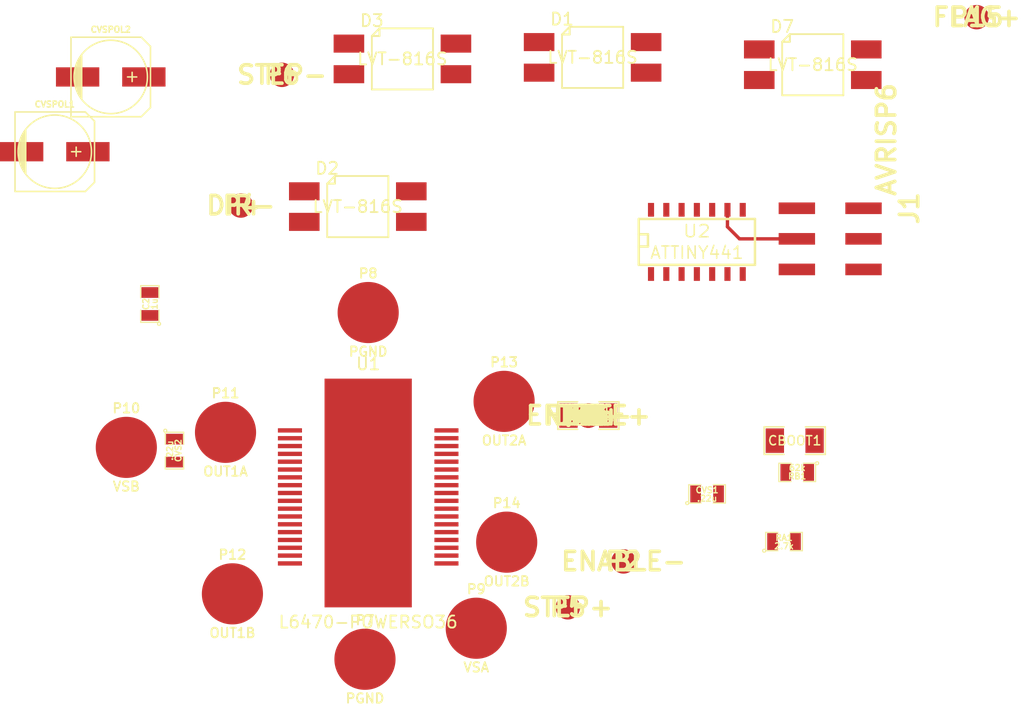
<source format=kicad_pcb>
(kicad_pcb (version 3) (host pcbnew "(2013-jul-07)-stable")

  (general
    (links 85)
    (no_connects 79)
    (area 0 0 0 0)
    (thickness 1.6)
    (drawings 0)
    (tracks 3)
    (zones 0)
    (modules 41)
    (nets 36)
  )

  (page A3)
  (layers
    (15 F.Cu signal)
    (0 B.Cu signal)
    (16 B.Adhes user)
    (17 F.Adhes user)
    (18 B.Paste user)
    (19 F.Paste user)
    (20 B.SilkS user)
    (21 F.SilkS user)
    (22 B.Mask user)
    (23 F.Mask user)
    (24 Dwgs.User user)
    (25 Cmts.User user)
    (26 Eco1.User user)
    (27 Eco2.User user)
    (28 Edge.Cuts user)
  )

  (setup
    (last_trace_width 0.2794)
    (trace_clearance 0.2794)
    (zone_clearance 0.508)
    (zone_45_only no)
    (trace_min 0.254)
    (segment_width 0.2)
    (edge_width 0.1)
    (via_size 0.889)
    (via_drill 0.635)
    (via_min_size 0.889)
    (via_min_drill 0.508)
    (uvia_size 0.508)
    (uvia_drill 0.127)
    (uvias_allowed no)
    (uvia_min_size 0.508)
    (uvia_min_drill 0.127)
    (pcb_text_width 0.3)
    (pcb_text_size 1.5 1.5)
    (mod_edge_width 0.15)
    (mod_text_size 1 1)
    (mod_text_width 0.15)
    (pad_size 7.25 19)
    (pad_drill 0)
    (pad_to_mask_clearance 0)
    (aux_axis_origin 0 0)
    (visible_elements FFFFFFBF)
    (pcbplotparams
      (layerselection 3178497)
      (usegerberextensions true)
      (excludeedgelayer true)
      (linewidth 0.150000)
      (plotframeref false)
      (viasonmask false)
      (mode 1)
      (useauxorigin false)
      (hpglpennumber 1)
      (hpglpenspeed 20)
      (hpglpendiameter 15)
      (hpglpenoverlay 2)
      (psnegative false)
      (psa4output false)
      (plotreference true)
      (plotvalue true)
      (plotothertext true)
      (plotinvisibletext false)
      (padsonsilk false)
      (subtractmaskfromsilk false)
      (outputformat 1)
      (mirror false)
      (drillshape 1)
      (scaleselection 1)
      (outputdirectory ""))
  )

  (net 0 "")
  (net 1 +5V)
  (net 2 ADC)
  (net 3 CK)
  (net 4 CS)
  (net 5 DIRIN)
  (net 6 FLAG)
  (net 7 N-0000010)
  (net 8 N-0000011)
  (net 9 N-0000012)
  (net 10 N-0000014)
  (net 11 N-0000015)
  (net 12 N-0000017)
  (net 13 N-0000020)
  (net 14 N-0000022)
  (net 15 N-0000023)
  (net 16 N-0000024)
  (net 17 N-0000029)
  (net 18 N-000003)
  (net 19 N-0000030)
  (net 20 N-0000031)
  (net 21 N-0000033)
  (net 22 N-0000035)
  (net 23 N-0000036)
  (net 24 N-0000037)
  (net 25 N-000008)
  (net 26 N-000009)
  (net 27 PGND)
  (net 28 RST)
  (net 29 SDI)
  (net 30 SDO)
  (net 31 STEP)
  (net 32 STEPIN)
  (net 33 SW)
  (net 34 VDD)
  (net 35 VSA)

  (net_class Default "This is the default net class."
    (clearance 0.2794)
    (trace_width 0.2794)
    (via_dia 0.889)
    (via_drill 0.635)
    (uvia_dia 0.508)
    (uvia_drill 0.127)
    (add_net "")
    (add_net +5V)
    (add_net ADC)
    (add_net CK)
    (add_net CS)
    (add_net DIRIN)
    (add_net FLAG)
    (add_net N-0000010)
    (add_net N-0000011)
    (add_net N-0000012)
    (add_net N-0000014)
    (add_net N-0000015)
    (add_net N-0000017)
    (add_net N-0000020)
    (add_net N-0000022)
    (add_net N-0000023)
    (add_net N-0000024)
    (add_net N-0000029)
    (add_net N-000003)
    (add_net N-0000030)
    (add_net N-0000031)
    (add_net N-0000033)
    (add_net N-0000035)
    (add_net N-0000036)
    (add_net N-0000037)
    (add_net N-000008)
    (add_net N-000009)
    (add_net PGND)
    (add_net RST)
    (add_net SDI)
    (add_net SDO)
    (add_net STEP)
    (add_net STEPIN)
    (add_net SW)
    (add_net VDD)
    (add_net VSA)
  )

  (module SM1206 (layer F.Cu) (tedit 42806E24) (tstamp 55F1BF6B)
    (at 114.3 49.9872)
    (path /55F1250E)
    (attr smd)
    (fp_text reference CFLY1 (at 0 0) (layer F.SilkS)
      (effects (font (size 0.762 0.762) (thickness 0.127)))
    )
    (fp_text value 10n (at 0 0) (layer F.SilkS) hide
      (effects (font (size 0.762 0.762) (thickness 0.127)))
    )
    (fp_line (start -2.54 -1.143) (end -2.54 1.143) (layer F.SilkS) (width 0.127))
    (fp_line (start -2.54 1.143) (end -0.889 1.143) (layer F.SilkS) (width 0.127))
    (fp_line (start 0.889 -1.143) (end 2.54 -1.143) (layer F.SilkS) (width 0.127))
    (fp_line (start 2.54 -1.143) (end 2.54 1.143) (layer F.SilkS) (width 0.127))
    (fp_line (start 2.54 1.143) (end 0.889 1.143) (layer F.SilkS) (width 0.127))
    (fp_line (start -0.889 -1.143) (end -2.54 -1.143) (layer F.SilkS) (width 0.127))
    (pad 1 smd rect (at -1.651 0) (size 1.524 2.032)
      (layers F.Cu F.Paste F.Mask)
      (net 25 N-000008)
    )
    (pad 2 smd rect (at 1.651 0) (size 1.524 2.032)
      (layers F.Cu F.Paste F.Mask)
      (net 26 N-000009)
    )
    (model smd/chip_cms.wrl
      (at (xyz 0 0 0))
      (scale (xyz 0.17 0.16 0.16))
      (rotate (xyz 0 0 0))
    )
  )

  (module SM1206 (layer F.Cu) (tedit 42806E24) (tstamp 55F1BF77)
    (at 131.445 52.07)
    (path /55F12568)
    (attr smd)
    (fp_text reference CBOOT1 (at 0 0) (layer F.SilkS)
      (effects (font (size 0.762 0.762) (thickness 0.127)))
    )
    (fp_text value .22u (at 0 0) (layer F.SilkS) hide
      (effects (font (size 0.762 0.762) (thickness 0.127)))
    )
    (fp_line (start -2.54 -1.143) (end -2.54 1.143) (layer F.SilkS) (width 0.127))
    (fp_line (start -2.54 1.143) (end -0.889 1.143) (layer F.SilkS) (width 0.127))
    (fp_line (start 0.889 -1.143) (end 2.54 -1.143) (layer F.SilkS) (width 0.127))
    (fp_line (start 2.54 -1.143) (end 2.54 1.143) (layer F.SilkS) (width 0.127))
    (fp_line (start 2.54 1.143) (end 0.889 1.143) (layer F.SilkS) (width 0.127))
    (fp_line (start -0.889 -1.143) (end -2.54 -1.143) (layer F.SilkS) (width 0.127))
    (pad 1 smd rect (at -1.651 0) (size 1.524 2.032)
      (layers F.Cu F.Paste F.Mask)
      (net 35 VSA)
    )
    (pad 2 smd rect (at 1.651 0) (size 1.524 2.032)
      (layers F.Cu F.Paste F.Mask)
      (net 18 N-000003)
    )
    (model smd/chip_cms.wrl
      (at (xyz 0 0 0))
      (scale (xyz 0.17 0.16 0.16))
      (rotate (xyz 0 0 0))
    )
  )

  (module SM0805 (layer F.Cu) (tedit 5091495C) (tstamp 55F1BF84)
    (at 114.3 49.9872)
    (path /55F1BBF7)
    (attr smd)
    (fp_text reference D6 (at 0 -0.3175) (layer F.SilkS)
      (effects (font (size 0.50038 0.50038) (thickness 0.10922)))
    )
    (fp_text value RED (at 0 0.381) (layer F.SilkS)
      (effects (font (size 0.50038 0.50038) (thickness 0.10922)))
    )
    (fp_circle (center -1.651 0.762) (end -1.651 0.635) (layer F.SilkS) (width 0.09906))
    (fp_line (start -0.508 0.762) (end -1.524 0.762) (layer F.SilkS) (width 0.09906))
    (fp_line (start -1.524 0.762) (end -1.524 -0.762) (layer F.SilkS) (width 0.09906))
    (fp_line (start -1.524 -0.762) (end -0.508 -0.762) (layer F.SilkS) (width 0.09906))
    (fp_line (start 0.508 -0.762) (end 1.524 -0.762) (layer F.SilkS) (width 0.09906))
    (fp_line (start 1.524 -0.762) (end 1.524 0.762) (layer F.SilkS) (width 0.09906))
    (fp_line (start 1.524 0.762) (end 0.508 0.762) (layer F.SilkS) (width 0.09906))
    (pad 1 smd rect (at -0.9525 0) (size 0.889 1.397)
      (layers F.Cu F.Paste F.Mask)
      (net 1 +5V)
    )
    (pad 2 smd rect (at 0.9525 0) (size 0.889 1.397)
      (layers F.Cu F.Paste F.Mask)
      (net 34 VDD)
    )
    (model smd/chip_cms.wrl
      (at (xyz 0 0 0))
      (scale (xyz 0.1 0.1 0.1))
      (rotate (xyz 0 0 0))
    )
  )

  (module SM0805 (layer F.Cu) (tedit 5091495C) (tstamp 55F1BF91)
    (at 114.3 49.9872)
    (path /55F1278F)
    (attr smd)
    (fp_text reference D5 (at 0 -0.3175) (layer F.SilkS)
      (effects (font (size 0.50038 0.50038) (thickness 0.10922)))
    )
    (fp_text value DIODESCH (at 0 0.381) (layer F.SilkS)
      (effects (font (size 0.50038 0.50038) (thickness 0.10922)))
    )
    (fp_circle (center -1.651 0.762) (end -1.651 0.635) (layer F.SilkS) (width 0.09906))
    (fp_line (start -0.508 0.762) (end -1.524 0.762) (layer F.SilkS) (width 0.09906))
    (fp_line (start -1.524 0.762) (end -1.524 -0.762) (layer F.SilkS) (width 0.09906))
    (fp_line (start -1.524 -0.762) (end -0.508 -0.762) (layer F.SilkS) (width 0.09906))
    (fp_line (start 0.508 -0.762) (end 1.524 -0.762) (layer F.SilkS) (width 0.09906))
    (fp_line (start 1.524 -0.762) (end 1.524 0.762) (layer F.SilkS) (width 0.09906))
    (fp_line (start 1.524 0.762) (end 0.508 0.762) (layer F.SilkS) (width 0.09906))
    (pad 1 smd rect (at -0.9525 0) (size 0.889 1.397)
      (layers F.Cu F.Paste F.Mask)
      (net 25 N-000008)
    )
    (pad 2 smd rect (at 0.9525 0) (size 0.889 1.397)
      (layers F.Cu F.Paste F.Mask)
      (net 18 N-000003)
    )
    (model smd/chip_cms.wrl
      (at (xyz 0 0 0))
      (scale (xyz 0.1 0.1 0.1))
      (rotate (xyz 0 0 0))
    )
  )

  (module SM0805 (layer F.Cu) (tedit 5091495C) (tstamp 55F1BF9E)
    (at 114.3 49.9872)
    (path /55F12287)
    (attr smd)
    (fp_text reference C1 (at 0 -0.3175) (layer F.SilkS)
      (effects (font (size 0.50038 0.50038) (thickness 0.10922)))
    )
    (fp_text value .1u (at 0 0.381) (layer F.SilkS)
      (effects (font (size 0.50038 0.50038) (thickness 0.10922)))
    )
    (fp_circle (center -1.651 0.762) (end -1.651 0.635) (layer F.SilkS) (width 0.09906))
    (fp_line (start -0.508 0.762) (end -1.524 0.762) (layer F.SilkS) (width 0.09906))
    (fp_line (start -1.524 0.762) (end -1.524 -0.762) (layer F.SilkS) (width 0.09906))
    (fp_line (start -1.524 -0.762) (end -0.508 -0.762) (layer F.SilkS) (width 0.09906))
    (fp_line (start 0.508 -0.762) (end 1.524 -0.762) (layer F.SilkS) (width 0.09906))
    (fp_line (start 1.524 -0.762) (end 1.524 0.762) (layer F.SilkS) (width 0.09906))
    (fp_line (start 1.524 0.762) (end 0.508 0.762) (layer F.SilkS) (width 0.09906))
    (pad 1 smd rect (at -0.9525 0) (size 0.889 1.397)
      (layers F.Cu F.Paste F.Mask)
      (net 34 VDD)
    )
    (pad 2 smd rect (at 0.9525 0) (size 0.889 1.397)
      (layers F.Cu F.Paste F.Mask)
      (net 27 PGND)
    )
    (model smd/chip_cms.wrl
      (at (xyz 0 0 0))
      (scale (xyz 0.1 0.1 0.1))
      (rotate (xyz 0 0 0))
    )
  )

  (module SM0805 (layer F.Cu) (tedit 5091495C) (tstamp 55F1BFAB)
    (at 77.8764 40.7162 90)
    (path /55F122A0)
    (attr smd)
    (fp_text reference C2 (at 0 -0.3175 90) (layer F.SilkS)
      (effects (font (size 0.50038 0.50038) (thickness 0.10922)))
    )
    (fp_text value 1u (at 0 0.381 90) (layer F.SilkS)
      (effects (font (size 0.50038 0.50038) (thickness 0.10922)))
    )
    (fp_circle (center -1.651 0.762) (end -1.651 0.635) (layer F.SilkS) (width 0.09906))
    (fp_line (start -0.508 0.762) (end -1.524 0.762) (layer F.SilkS) (width 0.09906))
    (fp_line (start -1.524 0.762) (end -1.524 -0.762) (layer F.SilkS) (width 0.09906))
    (fp_line (start -1.524 -0.762) (end -0.508 -0.762) (layer F.SilkS) (width 0.09906))
    (fp_line (start 0.508 -0.762) (end 1.524 -0.762) (layer F.SilkS) (width 0.09906))
    (fp_line (start 1.524 -0.762) (end 1.524 0.762) (layer F.SilkS) (width 0.09906))
    (fp_line (start 1.524 0.762) (end 0.508 0.762) (layer F.SilkS) (width 0.09906))
    (pad 1 smd rect (at -0.9525 0 90) (size 0.889 1.397)
      (layers F.Cu F.Paste F.Mask)
      (net 34 VDD)
    )
    (pad 2 smd rect (at 0.9525 0 90) (size 0.889 1.397)
      (layers F.Cu F.Paste F.Mask)
      (net 27 PGND)
    )
    (model smd/chip_cms.wrl
      (at (xyz 0 0 0))
      (scale (xyz 0.1 0.1 0.1))
      (rotate (xyz 0 0 0))
    )
  )

  (module SM0805 (layer F.Cu) (tedit 5091495C) (tstamp 55F1BFB8)
    (at 114.3 49.9872)
    (path /55F122A6)
    (attr smd)
    (fp_text reference C3 (at 0 -0.3175) (layer F.SilkS)
      (effects (font (size 0.50038 0.50038) (thickness 0.10922)))
    )
    (fp_text value 10u (at 0 0.381) (layer F.SilkS)
      (effects (font (size 0.50038 0.50038) (thickness 0.10922)))
    )
    (fp_circle (center -1.651 0.762) (end -1.651 0.635) (layer F.SilkS) (width 0.09906))
    (fp_line (start -0.508 0.762) (end -1.524 0.762) (layer F.SilkS) (width 0.09906))
    (fp_line (start -1.524 0.762) (end -1.524 -0.762) (layer F.SilkS) (width 0.09906))
    (fp_line (start -1.524 -0.762) (end -0.508 -0.762) (layer F.SilkS) (width 0.09906))
    (fp_line (start 0.508 -0.762) (end 1.524 -0.762) (layer F.SilkS) (width 0.09906))
    (fp_line (start 1.524 -0.762) (end 1.524 0.762) (layer F.SilkS) (width 0.09906))
    (fp_line (start 1.524 0.762) (end 0.508 0.762) (layer F.SilkS) (width 0.09906))
    (pad 1 smd rect (at -0.9525 0) (size 0.889 1.397)
      (layers F.Cu F.Paste F.Mask)
      (net 34 VDD)
    )
    (pad 2 smd rect (at 0.9525 0) (size 0.889 1.397)
      (layers F.Cu F.Paste F.Mask)
      (net 27 PGND)
    )
    (model smd/chip_cms.wrl
      (at (xyz 0 0 0))
      (scale (xyz 0.1 0.1 0.1))
      (rotate (xyz 0 0 0))
    )
  )

  (module SM0805 (layer F.Cu) (tedit 5091495C) (tstamp 55F1BFC5)
    (at 114.3 49.9872)
    (path /55F12693)
    (attr smd)
    (fp_text reference D4 (at 0 -0.3175) (layer F.SilkS)
      (effects (font (size 0.50038 0.50038) (thickness 0.10922)))
    )
    (fp_text value DIODESCH (at 0 0.381) (layer F.SilkS)
      (effects (font (size 0.50038 0.50038) (thickness 0.10922)))
    )
    (fp_circle (center -1.651 0.762) (end -1.651 0.635) (layer F.SilkS) (width 0.09906))
    (fp_line (start -0.508 0.762) (end -1.524 0.762) (layer F.SilkS) (width 0.09906))
    (fp_line (start -1.524 0.762) (end -1.524 -0.762) (layer F.SilkS) (width 0.09906))
    (fp_line (start -1.524 -0.762) (end -0.508 -0.762) (layer F.SilkS) (width 0.09906))
    (fp_line (start 0.508 -0.762) (end 1.524 -0.762) (layer F.SilkS) (width 0.09906))
    (fp_line (start 1.524 -0.762) (end 1.524 0.762) (layer F.SilkS) (width 0.09906))
    (fp_line (start 1.524 0.762) (end 0.508 0.762) (layer F.SilkS) (width 0.09906))
    (pad 1 smd rect (at -0.9525 0) (size 0.889 1.397)
      (layers F.Cu F.Paste F.Mask)
      (net 35 VSA)
    )
    (pad 2 smd rect (at 0.9525 0) (size 0.889 1.397)
      (layers F.Cu F.Paste F.Mask)
      (net 25 N-000008)
    )
    (model smd/chip_cms.wrl
      (at (xyz 0 0 0))
      (scale (xyz 0.1 0.1 0.1))
      (rotate (xyz 0 0 0))
    )
  )

  (module 4-SMD (layer F.Cu) (tedit 53A13168) (tstamp 55F1BFD6)
    (at 98.8568 20.3581)
    (path /55F1CD4D)
    (fp_text reference D3 (at -2.54 -3.175) (layer F.SilkS)
      (effects (font (size 1 1) (thickness 0.15)))
    )
    (fp_text value LVT-816S (at 0 0) (layer F.SilkS)
      (effects (font (size 1 1) (thickness 0.15)))
    )
    (fp_line (start -1.905 -1.905) (end -1.905 -2.54) (layer F.SilkS) (width 0.15))
    (fp_line (start -1.905 -2.54) (end -1.905 -1.905) (layer F.SilkS) (width 0.15))
    (fp_line (start -1.905 -1.905) (end -2.54 -1.905) (layer F.SilkS) (width 0.15))
    (fp_line (start -2.54 -1.905) (end -1.905 -1.905) (layer F.SilkS) (width 0.15))
    (fp_line (start -2.54 -1.905) (end -1.905 -2.54) (layer F.SilkS) (width 0.15))
    (fp_line (start -1.905 -2.54) (end 2.54 -2.54) (layer F.SilkS) (width 0.15))
    (fp_line (start 2.54 -2.54) (end 2.54 2.54) (layer F.SilkS) (width 0.15))
    (fp_line (start 2.54 2.54) (end -2.54 2.54) (layer F.SilkS) (width 0.15))
    (fp_line (start -2.54 2.54) (end -2.54 -1.905) (layer F.SilkS) (width 0.15))
    (pad 1 smd rect (at -4.445 -1.27) (size 2.54 1.5)
      (layers F.Cu F.Paste F.Mask)
      (net 9 N-0000012)
    )
    (pad 2 smd rect (at -4.445 1.27) (size 2.54 1.5)
      (layers F.Cu F.Paste F.Mask)
      (net 8 N-0000011)
    )
    (pad 3 smd rect (at 4.445 1.27) (size 2.54 1.5)
      (layers F.Cu F.Paste F.Mask)
      (net 27 PGND)
    )
    (pad 4 smd rect (at 4.445 -1.27) (size 2.54 1.5)
      (layers F.Cu F.Paste F.Mask)
      (net 32 STEPIN)
    )
  )

  (module 4-SMD (layer F.Cu) (tedit 53A13168) (tstamp 55F1BFE7)
    (at 114.6556 20.2311)
    (path /55F1CD28)
    (fp_text reference D1 (at -2.54 -3.175) (layer F.SilkS)
      (effects (font (size 1 1) (thickness 0.15)))
    )
    (fp_text value LVT-816S (at 0 0) (layer F.SilkS)
      (effects (font (size 1 1) (thickness 0.15)))
    )
    (fp_line (start -1.905 -1.905) (end -1.905 -2.54) (layer F.SilkS) (width 0.15))
    (fp_line (start -1.905 -2.54) (end -1.905 -1.905) (layer F.SilkS) (width 0.15))
    (fp_line (start -1.905 -1.905) (end -2.54 -1.905) (layer F.SilkS) (width 0.15))
    (fp_line (start -2.54 -1.905) (end -1.905 -1.905) (layer F.SilkS) (width 0.15))
    (fp_line (start -2.54 -1.905) (end -1.905 -2.54) (layer F.SilkS) (width 0.15))
    (fp_line (start -1.905 -2.54) (end 2.54 -2.54) (layer F.SilkS) (width 0.15))
    (fp_line (start 2.54 -2.54) (end 2.54 2.54) (layer F.SilkS) (width 0.15))
    (fp_line (start 2.54 2.54) (end -2.54 2.54) (layer F.SilkS) (width 0.15))
    (fp_line (start -2.54 2.54) (end -2.54 -1.905) (layer F.SilkS) (width 0.15))
    (pad 1 smd rect (at -4.445 -1.27) (size 2.54 1.5)
      (layers F.Cu F.Paste F.Mask)
      (net 11 N-0000015)
    )
    (pad 2 smd rect (at -4.445 1.27) (size 2.54 1.5)
      (layers F.Cu F.Paste F.Mask)
      (net 10 N-0000014)
    )
    (pad 3 smd rect (at 4.445 1.27) (size 2.54 1.5)
      (layers F.Cu F.Paste F.Mask)
      (net 27 PGND)
    )
    (pad 4 smd rect (at 4.445 -1.27) (size 2.54 1.5)
      (layers F.Cu F.Paste F.Mask)
      (net 33 SW)
    )
  )

  (module 4-SMD (layer F.Cu) (tedit 53A13168) (tstamp 55F1BFF8)
    (at 132.9436 20.8407)
    (path /55F1CAA4)
    (fp_text reference D7 (at -2.54 -3.175) (layer F.SilkS)
      (effects (font (size 1 1) (thickness 0.15)))
    )
    (fp_text value LVT-816S (at 0 0) (layer F.SilkS)
      (effects (font (size 1 1) (thickness 0.15)))
    )
    (fp_line (start -1.905 -1.905) (end -1.905 -2.54) (layer F.SilkS) (width 0.15))
    (fp_line (start -1.905 -2.54) (end -1.905 -1.905) (layer F.SilkS) (width 0.15))
    (fp_line (start -1.905 -1.905) (end -2.54 -1.905) (layer F.SilkS) (width 0.15))
    (fp_line (start -2.54 -1.905) (end -1.905 -1.905) (layer F.SilkS) (width 0.15))
    (fp_line (start -2.54 -1.905) (end -1.905 -2.54) (layer F.SilkS) (width 0.15))
    (fp_line (start -1.905 -2.54) (end 2.54 -2.54) (layer F.SilkS) (width 0.15))
    (fp_line (start 2.54 -2.54) (end 2.54 2.54) (layer F.SilkS) (width 0.15))
    (fp_line (start 2.54 2.54) (end -2.54 2.54) (layer F.SilkS) (width 0.15))
    (fp_line (start -2.54 2.54) (end -2.54 -1.905) (layer F.SilkS) (width 0.15))
    (pad 1 smd rect (at -4.445 -1.27) (size 2.54 1.5)
      (layers F.Cu F.Paste F.Mask)
      (net 14 N-0000022)
    )
    (pad 2 smd rect (at -4.445 1.27) (size 2.54 1.5)
      (layers F.Cu F.Paste F.Mask)
      (net 27 PGND)
    )
    (pad 3 smd rect (at 4.445 1.27) (size 2.54 1.5)
      (layers F.Cu F.Paste F.Mask)
      (net 20 N-0000031)
    )
    (pad 4 smd rect (at 4.445 -1.27) (size 2.54 1.5)
      (layers F.Cu F.Paste F.Mask)
      (net 19 N-0000030)
    )
  )

  (module 4-SMD (layer F.Cu) (tedit 53A13168) (tstamp 55F1C009)
    (at 95.1484 32.6263)
    (path /55F1C9F5)
    (fp_text reference D2 (at -2.54 -3.175) (layer F.SilkS)
      (effects (font (size 1 1) (thickness 0.15)))
    )
    (fp_text value LVT-816S (at 0 0) (layer F.SilkS)
      (effects (font (size 1 1) (thickness 0.15)))
    )
    (fp_line (start -1.905 -1.905) (end -1.905 -2.54) (layer F.SilkS) (width 0.15))
    (fp_line (start -1.905 -2.54) (end -1.905 -1.905) (layer F.SilkS) (width 0.15))
    (fp_line (start -1.905 -1.905) (end -2.54 -1.905) (layer F.SilkS) (width 0.15))
    (fp_line (start -2.54 -1.905) (end -1.905 -1.905) (layer F.SilkS) (width 0.15))
    (fp_line (start -2.54 -1.905) (end -1.905 -2.54) (layer F.SilkS) (width 0.15))
    (fp_line (start -1.905 -2.54) (end 2.54 -2.54) (layer F.SilkS) (width 0.15))
    (fp_line (start 2.54 -2.54) (end 2.54 2.54) (layer F.SilkS) (width 0.15))
    (fp_line (start 2.54 2.54) (end -2.54 2.54) (layer F.SilkS) (width 0.15))
    (fp_line (start -2.54 2.54) (end -2.54 -1.905) (layer F.SilkS) (width 0.15))
    (pad 1 smd rect (at -4.445 -1.27) (size 2.54 1.5)
      (layers F.Cu F.Paste F.Mask)
      (net 15 N-0000023)
    )
    (pad 2 smd rect (at -4.445 1.27) (size 2.54 1.5)
      (layers F.Cu F.Paste F.Mask)
      (net 13 N-0000020)
    )
    (pad 3 smd rect (at 4.445 1.27) (size 2.54 1.5)
      (layers F.Cu F.Paste F.Mask)
      (net 27 PGND)
    )
    (pad 4 smd rect (at 4.445 -1.27) (size 2.54 1.5)
      (layers F.Cu F.Paste F.Mask)
      (net 5 DIRIN)
    )
  )

  (module .2SMTPIN (layer F.Cu) (tedit 5318FD27) (tstamp 55F1C00E)
    (at 107.5182 60.5028)
    (path /55F11780)
    (fp_text reference P14 (at 0 -3.25) (layer F.SilkS)
      (effects (font (size 0.7874 0.7874) (thickness 0.15)))
    )
    (fp_text value OUT2B (at 0 3.25) (layer F.SilkS)
      (effects (font (size 0.7874 0.7874) (thickness 0.15)))
    )
    (pad 1 smd circle (at 0 0) (size 5.08 5.08)
      (layers F.Cu F.Paste F.Mask)
      (net 21 N-0000033)
    )
  )

  (module .2SMTPIN (layer F.Cu) (tedit 5318FD27) (tstamp 55F1C013)
    (at 84.16036 51.37912)
    (path /55F11749)
    (fp_text reference P11 (at 0 -3.25) (layer F.SilkS)
      (effects (font (size 0.7874 0.7874) (thickness 0.15)))
    )
    (fp_text value OUT1A (at 0 3.25) (layer F.SilkS)
      (effects (font (size 0.7874 0.7874) (thickness 0.15)))
    )
    (pad 1 smd circle (at 0 0) (size 5.08 5.08)
      (layers F.Cu F.Paste F.Mask)
      (net 22 N-0000035)
    )
  )

  (module .2SMTPIN (layer F.Cu) (tedit 5318FD27) (tstamp 55F1C022)
    (at 107.3023 48.8061)
    (path /55F11763)
    (fp_text reference P13 (at 0 -3.25) (layer F.SilkS)
      (effects (font (size 0.7874 0.7874) (thickness 0.15)))
    )
    (fp_text value OUT2A (at 0 3.25) (layer F.SilkS)
      (effects (font (size 0.7874 0.7874) (thickness 0.15)))
    )
    (pad 1 smd circle (at 0 0) (size 5.08 5.08)
      (layers F.Cu F.Paste F.Mask)
      (net 24 N-0000037)
    )
  )

  (module .2SMTPIN (layer F.Cu) (tedit 5318FD27) (tstamp 55F1C03B)
    (at 84.7344 64.7954)
    (path /55F11777)
    (fp_text reference P12 (at 0 -3.25) (layer F.SilkS)
      (effects (font (size 0.7874 0.7874) (thickness 0.15)))
    )
    (fp_text value OUT1B (at 0 3.25) (layer F.SilkS)
      (effects (font (size 0.7874 0.7874) (thickness 0.15)))
    )
    (pad 1 smd circle (at 0 0) (size 5.08 5.08)
      (layers F.Cu F.Paste F.Mask)
      (net 23 N-0000036)
    )
  )

  (module .2SMTPIN (layer F.Cu) (tedit 5318FD27) (tstamp 55F1C040)
    (at 75.9206 52.6288)
    (path /55F1202E)
    (fp_text reference P10 (at 0 -3.25) (layer F.SilkS)
      (effects (font (size 0.7874 0.7874) (thickness 0.15)))
    )
    (fp_text value VSB (at 0 3.25) (layer F.SilkS)
      (effects (font (size 0.7874 0.7874) (thickness 0.15)))
    )
    (pad 1 smd circle (at 0 0) (size 5.08 5.08)
      (layers F.Cu F.Paste F.Mask)
      (net 35 VSA)
    )
  )

  (module .2SMTPIN (layer F.Cu) (tedit 5318FD27) (tstamp 55F1C04F)
    (at 95.7453 70.231)
    (path /55F11FF8)
    (fp_text reference P7 (at 0 -3.25) (layer F.SilkS)
      (effects (font (size 0.7874 0.7874) (thickness 0.15)))
    )
    (fp_text value PGND (at 0 3.25) (layer F.SilkS)
      (effects (font (size 0.7874 0.7874) (thickness 0.15)))
    )
    (pad 1 smd circle (at 0 0) (size 5.08 5.08)
      (layers F.Cu F.Paste F.Mask)
      (net 27 PGND)
    )
  )

  (module .2SMTPIN (layer F.Cu) (tedit 5318FD27) (tstamp 55F1C054)
    (at 96.012 41.4274)
    (path /55F1200A)
    (fp_text reference P8 (at 0 -3.25) (layer F.SilkS)
      (effects (font (size 0.7874 0.7874) (thickness 0.15)))
    )
    (fp_text value PGND (at 0 3.25) (layer F.SilkS)
      (effects (font (size 0.7874 0.7874) (thickness 0.15)))
    )
    (pad 1 smd circle (at 0 0) (size 5.08 5.08)
      (layers F.Cu F.Paste F.Mask)
      (net 27 PGND)
    )
  )

  (module .2SMTPIN (layer F.Cu) (tedit 5318FD27) (tstamp 55F1C059)
    (at 104.9909 67.6529)
    (path /55F1201C)
    (fp_text reference P9 (at 0 -3.25) (layer F.SilkS)
      (effects (font (size 0.7874 0.7874) (thickness 0.15)))
    )
    (fp_text value VSA (at 0 3.25) (layer F.SilkS)
      (effects (font (size 0.7874 0.7874) (thickness 0.15)))
    )
    (pad 1 smd circle (at 0 0) (size 5.08 5.08)
      (layers F.Cu F.Paste F.Mask)
      (net 35 VSA)
    )
  )

  (module SM0805 (layer F.Cu) (tedit 5091495C) (tstamp 55F1C066)
    (at 114.3 49.9872)
    (path /55F1C076)
    (attr smd)
    (fp_text reference R2 (at 0 -0.3175) (layer F.SilkS)
      (effects (font (size 0.50038 0.50038) (thickness 0.10922)))
    )
    (fp_text value 560 (at 0 0.381) (layer F.SilkS)
      (effects (font (size 0.50038 0.50038) (thickness 0.10922)))
    )
    (fp_circle (center -1.651 0.762) (end -1.651 0.635) (layer F.SilkS) (width 0.09906))
    (fp_line (start -0.508 0.762) (end -1.524 0.762) (layer F.SilkS) (width 0.09906))
    (fp_line (start -1.524 0.762) (end -1.524 -0.762) (layer F.SilkS) (width 0.09906))
    (fp_line (start -1.524 -0.762) (end -0.508 -0.762) (layer F.SilkS) (width 0.09906))
    (fp_line (start 0.508 -0.762) (end 1.524 -0.762) (layer F.SilkS) (width 0.09906))
    (fp_line (start 1.524 -0.762) (end 1.524 0.762) (layer F.SilkS) (width 0.09906))
    (fp_line (start 1.524 0.762) (end 0.508 0.762) (layer F.SilkS) (width 0.09906))
    (pad 1 smd rect (at -0.9525 0) (size 0.889 1.397)
      (layers F.Cu F.Paste F.Mask)
      (net 16 N-0000024)
    )
    (pad 2 smd rect (at 0.9525 0) (size 0.889 1.397)
      (layers F.Cu F.Paste F.Mask)
      (net 15 N-0000023)
    )
    (model smd/chip_cms.wrl
      (at (xyz 0 0 0))
      (scale (xyz 0.1 0.1 0.1))
      (rotate (xyz 0 0 0))
    )
  )

  (module SM0805 (layer F.Cu) (tedit 5091495C) (tstamp 55F1C073)
    (at 114.3 49.9872)
    (path /55F1C1BC)
    (attr smd)
    (fp_text reference R4 (at 0 -0.3175) (layer F.SilkS)
      (effects (font (size 0.50038 0.50038) (thickness 0.10922)))
    )
    (fp_text value 560 (at 0 0.381) (layer F.SilkS)
      (effects (font (size 0.50038 0.50038) (thickness 0.10922)))
    )
    (fp_circle (center -1.651 0.762) (end -1.651 0.635) (layer F.SilkS) (width 0.09906))
    (fp_line (start -0.508 0.762) (end -1.524 0.762) (layer F.SilkS) (width 0.09906))
    (fp_line (start -1.524 0.762) (end -1.524 -0.762) (layer F.SilkS) (width 0.09906))
    (fp_line (start -1.524 -0.762) (end -0.508 -0.762) (layer F.SilkS) (width 0.09906))
    (fp_line (start 0.508 -0.762) (end 1.524 -0.762) (layer F.SilkS) (width 0.09906))
    (fp_line (start 1.524 -0.762) (end 1.524 0.762) (layer F.SilkS) (width 0.09906))
    (fp_line (start 1.524 0.762) (end 0.508 0.762) (layer F.SilkS) (width 0.09906))
    (pad 1 smd rect (at -0.9525 0) (size 0.889 1.397)
      (layers F.Cu F.Paste F.Mask)
      (net 6 FLAG)
    )
    (pad 2 smd rect (at 0.9525 0) (size 0.889 1.397)
      (layers F.Cu F.Paste F.Mask)
      (net 14 N-0000022)
    )
    (model smd/chip_cms.wrl
      (at (xyz 0 0 0))
      (scale (xyz 0.1 0.1 0.1))
      (rotate (xyz 0 0 0))
    )
  )

  (module SM0805 (layer F.Cu) (tedit 5091495C) (tstamp 55F1C080)
    (at 114.3 49.9872)
    (path /55F1CD18)
    (attr smd)
    (fp_text reference R1 (at 0 -0.3175) (layer F.SilkS)
      (effects (font (size 0.50038 0.50038) (thickness 0.10922)))
    )
    (fp_text value 560 (at 0 0.381) (layer F.SilkS)
      (effects (font (size 0.50038 0.50038) (thickness 0.10922)))
    )
    (fp_circle (center -1.651 0.762) (end -1.651 0.635) (layer F.SilkS) (width 0.09906))
    (fp_line (start -0.508 0.762) (end -1.524 0.762) (layer F.SilkS) (width 0.09906))
    (fp_line (start -1.524 0.762) (end -1.524 -0.762) (layer F.SilkS) (width 0.09906))
    (fp_line (start -1.524 -0.762) (end -0.508 -0.762) (layer F.SilkS) (width 0.09906))
    (fp_line (start 0.508 -0.762) (end 1.524 -0.762) (layer F.SilkS) (width 0.09906))
    (fp_line (start 1.524 -0.762) (end 1.524 0.762) (layer F.SilkS) (width 0.09906))
    (fp_line (start 1.524 0.762) (end 0.508 0.762) (layer F.SilkS) (width 0.09906))
    (pad 1 smd rect (at -0.9525 0) (size 0.889 1.397)
      (layers F.Cu F.Paste F.Mask)
      (net 12 N-0000017)
    )
    (pad 2 smd rect (at 0.9525 0) (size 0.889 1.397)
      (layers F.Cu F.Paste F.Mask)
      (net 11 N-0000015)
    )
    (model smd/chip_cms.wrl
      (at (xyz 0 0 0))
      (scale (xyz 0.1 0.1 0.1))
      (rotate (xyz 0 0 0))
    )
  )

  (module SM0805 (layer F.Cu) (tedit 5091495C) (tstamp 55F1C08D)
    (at 114.3 49.9872)
    (path /55F1CD3D)
    (attr smd)
    (fp_text reference R3 (at 0 -0.3175) (layer F.SilkS)
      (effects (font (size 0.50038 0.50038) (thickness 0.10922)))
    )
    (fp_text value 560 (at 0 0.381) (layer F.SilkS)
      (effects (font (size 0.50038 0.50038) (thickness 0.10922)))
    )
    (fp_circle (center -1.651 0.762) (end -1.651 0.635) (layer F.SilkS) (width 0.09906))
    (fp_line (start -0.508 0.762) (end -1.524 0.762) (layer F.SilkS) (width 0.09906))
    (fp_line (start -1.524 0.762) (end -1.524 -0.762) (layer F.SilkS) (width 0.09906))
    (fp_line (start -1.524 -0.762) (end -0.508 -0.762) (layer F.SilkS) (width 0.09906))
    (fp_line (start 0.508 -0.762) (end 1.524 -0.762) (layer F.SilkS) (width 0.09906))
    (fp_line (start 1.524 -0.762) (end 1.524 0.762) (layer F.SilkS) (width 0.09906))
    (fp_line (start 1.524 0.762) (end 0.508 0.762) (layer F.SilkS) (width 0.09906))
    (pad 1 smd rect (at -0.9525 0) (size 0.889 1.397)
      (layers F.Cu F.Paste F.Mask)
      (net 7 N-0000010)
    )
    (pad 2 smd rect (at 0.9525 0) (size 0.889 1.397)
      (layers F.Cu F.Paste F.Mask)
      (net 9 N-0000012)
    )
    (model smd/chip_cms.wrl
      (at (xyz 0 0 0))
      (scale (xyz 0.1 0.1 0.1))
      (rotate (xyz 0 0 0))
    )
  )

  (module c_elec_6.3x5.7 (layer F.Cu) (tedit 49F5C08A) (tstamp 55F20634)
    (at 69.977 28.067)
    (descr "SMT capacitor, aluminium electrolytic, 6.3x5.7")
    (path /55F12872)
    (fp_text reference CVSPOL1 (at 0 -3.937) (layer F.SilkS)
      (effects (font (size 0.50038 0.50038) (thickness 0.11938)))
    )
    (fp_text value 100u (at 0 3.81) (layer F.SilkS) hide
      (effects (font (size 0.50038 0.50038) (thickness 0.11938)))
    )
    (fp_line (start -2.921 -0.762) (end -2.921 0.762) (layer F.SilkS) (width 0.127))
    (fp_line (start -2.794 1.143) (end -2.794 -1.143) (layer F.SilkS) (width 0.127))
    (fp_line (start -2.667 -1.397) (end -2.667 1.397) (layer F.SilkS) (width 0.127))
    (fp_line (start -2.54 1.651) (end -2.54 -1.651) (layer F.SilkS) (width 0.127))
    (fp_line (start -2.413 -1.778) (end -2.413 1.778) (layer F.SilkS) (width 0.127))
    (fp_circle (center 0 0) (end -3.048 0) (layer F.SilkS) (width 0.127))
    (fp_line (start -3.302 -3.302) (end -3.302 3.302) (layer F.SilkS) (width 0.127))
    (fp_line (start -3.302 3.302) (end 2.54 3.302) (layer F.SilkS) (width 0.127))
    (fp_line (start 2.54 3.302) (end 3.302 2.54) (layer F.SilkS) (width 0.127))
    (fp_line (start 3.302 2.54) (end 3.302 -2.54) (layer F.SilkS) (width 0.127))
    (fp_line (start 3.302 -2.54) (end 2.54 -3.302) (layer F.SilkS) (width 0.127))
    (fp_line (start 2.54 -3.302) (end -3.302 -3.302) (layer F.SilkS) (width 0.127))
    (fp_line (start 2.159 0) (end 1.397 0) (layer F.SilkS) (width 0.127))
    (fp_line (start 1.778 -0.381) (end 1.778 0.381) (layer F.SilkS) (width 0.127))
    (pad 1 smd rect (at 2.75082 0) (size 3.59918 1.6002)
      (layers F.Cu F.Paste F.Mask)
      (net 35 VSA)
    )
    (pad 2 smd rect (at -2.75082 0) (size 3.59918 1.6002)
      (layers F.Cu F.Paste F.Mask)
      (net 27 PGND)
    )
    (model smd/capacitors/c_elec_6_3x5_7.wrl
      (at (xyz 0 0 0))
      (scale (xyz 1 1 1))
      (rotate (xyz 0 0 0))
    )
  )

  (module c_elec_6.3x5.7 (layer F.Cu) (tedit 49F5C08A) (tstamp 55F20648)
    (at 74.6252 21.8567)
    (descr "SMT capacitor, aluminium electrolytic, 6.3x5.7")
    (path /55F1D683)
    (fp_text reference CVSPOL2 (at 0 -3.937) (layer F.SilkS)
      (effects (font (size 0.50038 0.50038) (thickness 0.11938)))
    )
    (fp_text value 100u (at 0 3.81) (layer F.SilkS) hide
      (effects (font (size 0.50038 0.50038) (thickness 0.11938)))
    )
    (fp_line (start -2.921 -0.762) (end -2.921 0.762) (layer F.SilkS) (width 0.127))
    (fp_line (start -2.794 1.143) (end -2.794 -1.143) (layer F.SilkS) (width 0.127))
    (fp_line (start -2.667 -1.397) (end -2.667 1.397) (layer F.SilkS) (width 0.127))
    (fp_line (start -2.54 1.651) (end -2.54 -1.651) (layer F.SilkS) (width 0.127))
    (fp_line (start -2.413 -1.778) (end -2.413 1.778) (layer F.SilkS) (width 0.127))
    (fp_circle (center 0 0) (end -3.048 0) (layer F.SilkS) (width 0.127))
    (fp_line (start -3.302 -3.302) (end -3.302 3.302) (layer F.SilkS) (width 0.127))
    (fp_line (start -3.302 3.302) (end 2.54 3.302) (layer F.SilkS) (width 0.127))
    (fp_line (start 2.54 3.302) (end 3.302 2.54) (layer F.SilkS) (width 0.127))
    (fp_line (start 3.302 2.54) (end 3.302 -2.54) (layer F.SilkS) (width 0.127))
    (fp_line (start 3.302 -2.54) (end 2.54 -3.302) (layer F.SilkS) (width 0.127))
    (fp_line (start 2.54 -3.302) (end -3.302 -3.302) (layer F.SilkS) (width 0.127))
    (fp_line (start 2.159 0) (end 1.397 0) (layer F.SilkS) (width 0.127))
    (fp_line (start 1.778 -0.381) (end 1.778 0.381) (layer F.SilkS) (width 0.127))
    (pad 1 smd rect (at 2.75082 0) (size 3.59918 1.6002)
      (layers F.Cu F.Paste F.Mask)
      (net 35 VSA)
    )
    (pad 2 smd rect (at -2.75082 0) (size 3.59918 1.6002)
      (layers F.Cu F.Paste F.Mask)
      (net 27 PGND)
    )
    (model smd/capacitors/c_elec_6_3x5_7.wrl
      (at (xyz 0 0 0))
      (scale (xyz 1 1 1))
      (rotate (xyz 0 0 0))
    )
  )

  (module SO14E (layer F.Cu) (tedit 42806FBF) (tstamp 55F2B855)
    (at 123.317 35.433)
    (descr "module CMS SOJ 14 pins etroit")
    (tags "CMS SOJ")
    (path /55F1B29F)
    (attr smd)
    (fp_text reference U2 (at 0 -0.762) (layer F.SilkS)
      (effects (font (size 1.016 1.143) (thickness 0.127)))
    )
    (fp_text value ATTINY441 (at 0 1.016) (layer F.SilkS)
      (effects (font (size 1.016 1.016) (thickness 0.127)))
    )
    (fp_line (start -4.826 -1.778) (end 4.826 -1.778) (layer F.SilkS) (width 0.2032))
    (fp_line (start 4.826 -1.778) (end 4.826 2.032) (layer F.SilkS) (width 0.2032))
    (fp_line (start 4.826 2.032) (end -4.826 2.032) (layer F.SilkS) (width 0.2032))
    (fp_line (start -4.826 2.032) (end -4.826 -1.778) (layer F.SilkS) (width 0.2032))
    (fp_line (start -4.826 -0.508) (end -4.064 -0.508) (layer F.SilkS) (width 0.2032))
    (fp_line (start -4.064 -0.508) (end -4.064 0.508) (layer F.SilkS) (width 0.2032))
    (fp_line (start -4.064 0.508) (end -4.826 0.508) (layer F.SilkS) (width 0.2032))
    (pad 1 smd rect (at -3.81 2.794) (size 0.508 1.143)
      (layers F.Cu F.Paste F.Mask)
      (net 34 VDD)
    )
    (pad 2 smd rect (at -2.54 2.794) (size 0.508 1.143)
      (layers F.Cu F.Paste F.Mask)
      (net 28 RST)
    )
    (pad 3 smd rect (at -1.27 2.794) (size 0.508 1.143)
      (layers F.Cu F.Paste F.Mask)
      (net 33 SW)
    )
    (pad 4 smd rect (at 0 2.794) (size 0.508 1.143)
      (layers F.Cu F.Paste F.Mask)
      (net 17 N-0000029)
    )
    (pad 5 smd rect (at 1.27 2.794) (size 0.508 1.143)
      (layers F.Cu F.Paste F.Mask)
    )
    (pad 6 smd rect (at 2.54 2.794) (size 0.508 1.143)
      (layers F.Cu F.Paste F.Mask)
    )
    (pad 7 smd rect (at 3.81 2.794) (size 0.508 1.143)
      (layers F.Cu F.Paste F.Mask)
      (net 29 SDI)
    )
    (pad 8 smd rect (at 3.81 -2.54) (size 0.508 1.143)
      (layers F.Cu F.Paste F.Mask)
      (net 30 SDO)
    )
    (pad 9 smd rect (at 2.54 -2.54) (size 0.508 1.143)
      (layers F.Cu F.Paste F.Mask)
      (net 3 CK)
    )
    (pad 10 smd rect (at 1.27 -2.54) (size 0.508 1.143)
      (layers F.Cu F.Paste F.Mask)
      (net 32 STEPIN)
    )
    (pad 11 smd rect (at 0 -2.54) (size 0.508 1.143)
      (layers F.Cu F.Paste F.Mask)
      (net 5 DIRIN)
    )
    (pad 12 smd rect (at -1.27 -2.54) (size 0.508 1.143)
      (layers F.Cu F.Paste F.Mask)
      (net 4 CS)
    )
    (pad 13 smd rect (at -2.54 -2.54) (size 0.508 1.143)
      (layers F.Cu F.Paste F.Mask)
      (net 31 STEP)
    )
    (pad 14 smd rect (at -3.81 -2.54) (size 0.508 1.143)
      (layers F.Cu F.Paste F.Mask)
      (net 27 PGND)
    )
    (model smd/cms_so14.wrl
      (at (xyz 0 0 0))
      (scale (xyz 0.5 0.3 0.5))
      (rotate (xyz 0 0 0))
    )
  )

  (module RIBBON6SMT (layer F.Cu) (tedit 50FF1173) (tstamp 55F2B85F)
    (at 137.16 32.766 270)
    (path /55F1B2AE)
    (fp_text reference J1 (at 0 -3.81 270) (layer F.SilkS)
      (effects (font (size 1.524 1.524) (thickness 0.3048)))
    )
    (fp_text value AVRISP6 (at -5.715 -1.905 270) (layer F.SilkS)
      (effects (font (size 1.524 1.524) (thickness 0.3048)))
    )
    (pad 2 smd rect (at 0 0 270) (size 0.9652 3.0226)
      (layers F.Cu F.Paste F.Mask)
      (net 1 +5V)
    )
    (pad 4 smd rect (at 2.54 0 270) (size 0.9652 3.0226)
      (layers F.Cu F.Paste F.Mask)
      (net 29 SDI)
    )
    (pad 6 smd rect (at 5.08 0 270) (size 0.9652 3.0226)
      (layers F.Cu F.Paste F.Mask)
      (net 27 PGND)
    )
    (pad 1 smd rect (at 0 5.5372 270) (size 0.9652 3.0226)
      (layers F.Cu F.Paste F.Mask)
      (net 30 SDO)
    )
    (pad 3 smd rect (at 2.54 5.5372 270) (size 0.9652 3.0226)
      (layers F.Cu F.Paste F.Mask)
      (net 3 CK)
    )
    (pad 5 smd rect (at 5.08 5.5372 270) (size 0.9652 3.0226)
      (layers F.Cu F.Paste F.Mask)
      (net 17 N-0000029)
    )
  )

  (module POWERSO36 (layer F.Cu) (tedit 55F1BC30) (tstamp 55F2BF11)
    (at 96.012 56.7436)
    (path /55F11E61)
    (fp_text reference U1 (at 0 -11.05) (layer F.SilkS)
      (effects (font (size 1 1) (thickness 0.15)))
    )
    (fp_text value L6470-POWERSO36 (at 0 10.4) (layer F.SilkS)
      (effects (font (size 1 1) (thickness 0.15)))
    )
    (pad 1 smd rect (at -6.5 -5.525) (size 2 0.36)
      (layers F.Cu F.Paste F.Mask)
      (net 27 PGND)
    )
    (pad 2 smd rect (at -6.5 -4.875) (size 2 0.36)
      (layers F.Cu F.Paste F.Mask)
      (net 22 N-0000035)
    )
    (pad 3 smd rect (at -6.5 -4.225) (size 2 0.36)
      (layers F.Cu F.Paste F.Mask)
      (net 22 N-0000035)
    )
    (pad 4 smd rect (at -6.5 -3.575) (size 2 0.36)
      (layers F.Cu F.Paste F.Mask)
      (net 35 VSA)
    )
    (pad 5 smd rect (at -6.5 -2.925) (size 2 0.36)
      (layers F.Cu F.Paste F.Mask)
      (net 35 VSA)
    )
    (pad 6 smd rect (at -6.5 -2.275) (size 2 0.36)
      (layers F.Cu F.Paste F.Mask)
      (net 28 RST)
    )
    (pad 7 smd rect (at -6.5 -1.625) (size 2 0.36)
      (layers F.Cu F.Paste F.Mask)
      (net 33 SW)
    )
    (pad 8 smd rect (at -6.5 -0.975) (size 2 0.36)
      (layers F.Cu F.Paste F.Mask)
      (net 2 ADC)
    )
    (pad 9 smd rect (at -6.5 -0.325) (size 2 0.36)
      (layers F.Cu F.Paste F.Mask)
      (net 34 VDD)
    )
    (pad 10 smd rect (at -6.5 0.325) (size 2 0.36)
      (layers F.Cu F.Paste F.Mask)
    )
    (pad 11 smd rect (at -6.5 0.975) (size 2 0.36)
      (layers F.Cu F.Paste F.Mask)
    )
    (pad 12 smd rect (at -6.5 1.625) (size 2 0.36)
      (layers F.Cu F.Paste F.Mask)
      (net 27 PGND)
    )
    (pad 13 smd rect (at -6.5 2.275) (size 2 0.36)
      (layers F.Cu F.Paste F.Mask)
      (net 26 N-000009)
    )
    (pad 14 smd rect (at -6.5 2.925) (size 2 0.36)
      (layers F.Cu F.Paste F.Mask)
      (net 18 N-000003)
    )
    (pad 15 smd rect (at -6.5 3.575) (size 2 0.36)
      (layers F.Cu F.Paste F.Mask)
      (net 35 VSA)
    )
    (pad 16 smd rect (at -6.5 4.225) (size 2 0.36)
      (layers F.Cu F.Paste F.Mask)
      (net 35 VSA)
    )
    (pad 17 smd rect (at -6.5 4.875) (size 2 0.36)
      (layers F.Cu F.Paste F.Mask)
      (net 23 N-0000036)
    )
    (pad 18 smd rect (at -6.5 5.525) (size 2 0.36)
      (layers F.Cu F.Paste F.Mask)
      (net 23 N-0000036)
    )
    (pad 19 smd rect (at 6.5 5.525) (size 2 0.36)
      (layers F.Cu F.Paste F.Mask)
      (net 27 PGND)
    )
    (pad 20 smd rect (at 6.5 4.875) (size 2 0.36)
      (layers F.Cu F.Paste F.Mask)
      (net 21 N-0000033)
    )
    (pad 21 smd rect (at 6.5 4.225) (size 2 0.36)
      (layers F.Cu F.Paste F.Mask)
      (net 21 N-0000033)
    )
    (pad 22 smd rect (at 6.5 3.575) (size 2 0.36)
      (layers F.Cu F.Paste F.Mask)
      (net 35 VSA)
    )
    (pad 23 smd rect (at 6.5 2.925) (size 2 0.36)
      (layers F.Cu F.Paste F.Mask)
      (net 35 VSA)
    )
    (pad 24 smd rect (at 6.5 2.275) (size 2 0.36)
      (layers F.Cu F.Paste F.Mask)
      (net 34 VDD)
    )
    (pad 25 smd rect (at 6.5 1.625) (size 2 0.36)
      (layers F.Cu F.Paste F.Mask)
      (net 30 SDO)
    )
    (pad 26 smd rect (at 6.5 0.975) (size 2 0.36)
      (layers F.Cu F.Paste F.Mask)
      (net 3 CK)
    )
    (pad 27 smd rect (at 6.5 0.325) (size 2 0.36)
      (layers F.Cu F.Paste F.Mask)
      (net 29 SDI)
    )
    (pad 28 smd rect (at 6.5 -0.325) (size 2 0.36)
      (layers F.Cu F.Paste F.Mask)
      (net 27 PGND)
    )
    (pad 29 smd rect (at 6.5 -0.975) (size 2 0.36)
      (layers F.Cu F.Paste F.Mask)
    )
    (pad 30 smd rect (at 6.5 -1.625) (size 2 0.36)
      (layers F.Cu F.Paste F.Mask)
      (net 4 CS)
    )
    (pad 31 smd rect (at 6.5 -2.275) (size 2 0.36)
      (layers F.Cu F.Paste F.Mask)
      (net 6 FLAG)
    )
    (pad 32 smd rect (at 6.5 -2.925) (size 2 0.36)
      (layers F.Cu F.Paste F.Mask)
      (net 31 STEP)
    )
    (pad 33 smd rect (at 6.5 -3.575) (size 2 0.36)
      (layers F.Cu F.Paste F.Mask)
      (net 35 VSA)
    )
    (pad 34 smd rect (at 6.5 -4.225) (size 2 0.36)
      (layers F.Cu F.Paste F.Mask)
      (net 35 VSA)
    )
    (pad 35 smd rect (at 6.5 -4.875) (size 2 0.36)
      (layers F.Cu F.Paste F.Mask)
      (net 24 N-0000037)
    )
    (pad 36 smd rect (at 6.5 -5.525) (size 2 0.36)
      (layers F.Cu F.Paste F.Mask)
      (net 24 N-0000037)
    )
    (pad 37 smd rect (at 0 -0.325) (size 7.25 19)
      (layers F.Cu F.Paste F.Mask)
      (net 27 PGND)
    )
  )

  (module .1SMTPIN (layer F.Cu) (tedit 5102E01B) (tstamp 55F1C018)
    (at 88.8492 21.68144)
    (path /55F1CD43)
    (fp_text reference P6 (at 0 0) (layer F.SilkS)
      (effects (font (size 1.524 1.524) (thickness 0.3048)))
    )
    (fp_text value STEP- (at 0 0) (layer F.SilkS)
      (effects (font (size 1.524 1.524) (thickness 0.3048)))
    )
    (pad 1 smd circle (at 0 0) (size 2.032 2.032)
      (layers F.Cu F.Paste F.Mask)
      (net 8 N-0000011)
    )
  )

  (module .1SMTPIN (layer F.Cu) (tedit 5102E01B) (tstamp 55F1C01D)
    (at 112.5982 65.913)
    (path /55F1CD37)
    (fp_text reference P5 (at 0 0) (layer F.SilkS)
      (effects (font (size 1.524 1.524) (thickness 0.3048)))
    )
    (fp_text value STEP+ (at 0 0) (layer F.SilkS)
      (effects (font (size 1.524 1.524) (thickness 0.3048)))
    )
    (pad 1 smd circle (at 0 0) (size 2.032 2.032)
      (layers F.Cu F.Paste F.Mask)
      (net 7 N-0000010)
    )
  )

  (module .1SMTPIN (layer F.Cu) (tedit 5102E01B) (tstamp 55F1C027)
    (at 117.221 62.103)
    (path /55F1CD1E)
    (fp_text reference P2 (at 0 0) (layer F.SilkS)
      (effects (font (size 1.524 1.524) (thickness 0.3048)))
    )
    (fp_text value ENABLE- (at 0 0) (layer F.SilkS)
      (effects (font (size 1.524 1.524) (thickness 0.3048)))
    )
    (pad 1 smd circle (at 0 0) (size 2.032 2.032)
      (layers F.Cu F.Paste F.Mask)
      (net 10 N-0000014)
    )
  )

  (module .1SMTPIN (layer F.Cu) (tedit 5102E01B) (tstamp 55F1C02C)
    (at 114.3 49.9872)
    (path /55F1CD12)
    (fp_text reference P1 (at 0 0) (layer F.SilkS)
      (effects (font (size 1.524 1.524) (thickness 0.3048)))
    )
    (fp_text value ENABLE+ (at 0 0) (layer F.SilkS)
      (effects (font (size 1.524 1.524) (thickness 0.3048)))
    )
    (pad 1 smd circle (at 0 0) (size 2.032 2.032)
      (layers F.Cu F.Paste F.Mask)
      (net 12 N-0000017)
    )
  )

  (module .1SMTPIN (layer F.Cu) (tedit 5102E01B) (tstamp 55F1C031)
    (at 114.3 49.9872)
    (path /55F1CB7B)
    (fp_text reference P16 (at 0 0) (layer F.SilkS)
      (effects (font (size 1.524 1.524) (thickness 0.3048)))
    )
    (fp_text value FLAG- (at 0 0) (layer F.SilkS)
      (effects (font (size 1.524 1.524) (thickness 0.3048)))
    )
    (pad 1 smd circle (at 0 0) (size 2.032 2.032)
      (layers F.Cu F.Paste F.Mask)
      (net 20 N-0000031)
    )
  )

  (module .1SMTPIN (layer F.Cu) (tedit 5102E01B) (tstamp 55F1C036)
    (at 146.558 16.891)
    (path /55F1CACF)
    (fp_text reference P15 (at 0 0) (layer F.SilkS)
      (effects (font (size 1.524 1.524) (thickness 0.3048)))
    )
    (fp_text value FLAG+ (at 0 0) (layer F.SilkS)
      (effects (font (size 1.524 1.524) (thickness 0.3048)))
    )
    (pad 1 smd circle (at 0 0) (size 2.032 2.032)
      (layers F.Cu F.Paste F.Mask)
      (net 19 N-0000030)
    )
  )

  (module .1SMTPIN (layer F.Cu) (tedit 5102E01B) (tstamp 55F1C045)
    (at 85.4329 32.5374)
    (path /55F1C38F)
    (fp_text reference P4 (at 0 0) (layer F.SilkS)
      (effects (font (size 1.524 1.524) (thickness 0.3048)))
    )
    (fp_text value DIR- (at 0 0) (layer F.SilkS)
      (effects (font (size 1.524 1.524) (thickness 0.3048)))
    )
    (pad 1 smd circle (at 0 0) (size 2.032 2.032)
      (layers F.Cu F.Paste F.Mask)
      (net 13 N-0000020)
    )
  )

  (module .1SMTPIN (layer F.Cu) (tedit 5102E01B) (tstamp 55F1C04A)
    (at 114.3 49.9872)
    (path /55F1BFCF)
    (fp_text reference P3 (at 0 0) (layer F.SilkS)
      (effects (font (size 1.524 1.524) (thickness 0.3048)))
    )
    (fp_text value DIR+ (at 0 0) (layer F.SilkS)
      (effects (font (size 1.524 1.524) (thickness 0.3048)))
    )
    (pad 1 smd circle (at 0 0) (size 2.032 2.032)
      (layers F.Cu F.Paste F.Mask)
      (net 16 N-0000024)
    )
  )

  (module SM0805 (layer F.Cu) (tedit 5091495C) (tstamp 55F1BF47)
    (at 130.556 60.452)
    (path /55F12C08)
    (attr smd)
    (fp_text reference RA1 (at 0 -0.3175) (layer F.SilkS)
      (effects (font (size 0.50038 0.50038) (thickness 0.10922)))
    )
    (fp_text value 2.7k (at 0 0.381) (layer F.SilkS)
      (effects (font (size 0.50038 0.50038) (thickness 0.10922)))
    )
    (fp_circle (center -1.651 0.762) (end -1.651 0.635) (layer F.SilkS) (width 0.09906))
    (fp_line (start -0.508 0.762) (end -1.524 0.762) (layer F.SilkS) (width 0.09906))
    (fp_line (start -1.524 0.762) (end -1.524 -0.762) (layer F.SilkS) (width 0.09906))
    (fp_line (start -1.524 -0.762) (end -0.508 -0.762) (layer F.SilkS) (width 0.09906))
    (fp_line (start 0.508 -0.762) (end 1.524 -0.762) (layer F.SilkS) (width 0.09906))
    (fp_line (start 1.524 -0.762) (end 1.524 0.762) (layer F.SilkS) (width 0.09906))
    (fp_line (start 1.524 0.762) (end 0.508 0.762) (layer F.SilkS) (width 0.09906))
    (pad 1 smd rect (at -0.9525 0) (size 0.889 1.397)
      (layers F.Cu F.Paste F.Mask)
      (net 2 ADC)
    )
    (pad 2 smd rect (at 0.9525 0) (size 0.889 1.397)
      (layers F.Cu F.Paste F.Mask)
      (net 27 PGND)
    )
    (model smd/chip_cms.wrl
      (at (xyz 0 0 0))
      (scale (xyz 0.1 0.1 0.1))
      (rotate (xyz 0 0 0))
    )
  )

  (module SM0805 (layer F.Cu) (tedit 5091495C) (tstamp 55F1BF53)
    (at 131.65328 54.70652 180)
    (path /55F12B8E)
    (attr smd)
    (fp_text reference RB1 (at 0 -0.3175 180) (layer F.SilkS)
      (effects (font (size 0.50038 0.50038) (thickness 0.10922)))
    )
    (fp_text value 62k (at 0 0.381 180) (layer F.SilkS)
      (effects (font (size 0.50038 0.50038) (thickness 0.10922)))
    )
    (fp_circle (center -1.651 0.762) (end -1.651 0.635) (layer F.SilkS) (width 0.09906))
    (fp_line (start -0.508 0.762) (end -1.524 0.762) (layer F.SilkS) (width 0.09906))
    (fp_line (start -1.524 0.762) (end -1.524 -0.762) (layer F.SilkS) (width 0.09906))
    (fp_line (start -1.524 -0.762) (end -0.508 -0.762) (layer F.SilkS) (width 0.09906))
    (fp_line (start 0.508 -0.762) (end 1.524 -0.762) (layer F.SilkS) (width 0.09906))
    (fp_line (start 1.524 -0.762) (end 1.524 0.762) (layer F.SilkS) (width 0.09906))
    (fp_line (start 1.524 0.762) (end 0.508 0.762) (layer F.SilkS) (width 0.09906))
    (pad 1 smd rect (at -0.9525 0 180) (size 0.889 1.397)
      (layers F.Cu F.Paste F.Mask)
      (net 35 VSA)
    )
    (pad 2 smd rect (at 0.9525 0 180) (size 0.889 1.397)
      (layers F.Cu F.Paste F.Mask)
      (net 2 ADC)
    )
    (model smd/chip_cms.wrl
      (at (xyz 0 0 0))
      (scale (xyz 0.1 0.1 0.1))
      (rotate (xyz 0 0 0))
    )
  )

  (module SM0805 (layer F.Cu) (tedit 5091495C) (tstamp 55F1BF5F)
    (at 124.16536 56.49468)
    (path /55F12881)
    (attr smd)
    (fp_text reference CVS1 (at 0 -0.3175) (layer F.SilkS)
      (effects (font (size 0.50038 0.50038) (thickness 0.10922)))
    )
    (fp_text value .22u (at 0 0.381) (layer F.SilkS)
      (effects (font (size 0.50038 0.50038) (thickness 0.10922)))
    )
    (fp_circle (center -1.651 0.762) (end -1.651 0.635) (layer F.SilkS) (width 0.09906))
    (fp_line (start -0.508 0.762) (end -1.524 0.762) (layer F.SilkS) (width 0.09906))
    (fp_line (start -1.524 0.762) (end -1.524 -0.762) (layer F.SilkS) (width 0.09906))
    (fp_line (start -1.524 -0.762) (end -0.508 -0.762) (layer F.SilkS) (width 0.09906))
    (fp_line (start 0.508 -0.762) (end 1.524 -0.762) (layer F.SilkS) (width 0.09906))
    (fp_line (start 1.524 -0.762) (end 1.524 0.762) (layer F.SilkS) (width 0.09906))
    (fp_line (start 1.524 0.762) (end 0.508 0.762) (layer F.SilkS) (width 0.09906))
    (pad 1 smd rect (at -0.9525 0) (size 0.889 1.397)
      (layers F.Cu F.Paste F.Mask)
      (net 27 PGND)
    )
    (pad 2 smd rect (at 0.9525 0) (size 0.889 1.397)
      (layers F.Cu F.Paste F.Mask)
      (net 35 VSA)
    )
    (model smd/chip_cms.wrl
      (at (xyz 0 0 0))
      (scale (xyz 0.1 0.1 0.1))
      (rotate (xyz 0 0 0))
    )
  )

  (module SM0805 (layer F.Cu) (tedit 5091495C) (tstamp 55F20620)
    (at 79.9211 52.8955 270)
    (path /55F1D689)
    (attr smd)
    (fp_text reference CVS2 (at 0 -0.3175 270) (layer F.SilkS)
      (effects (font (size 0.50038 0.50038) (thickness 0.10922)))
    )
    (fp_text value .22u (at 0 0.381 270) (layer F.SilkS)
      (effects (font (size 0.50038 0.50038) (thickness 0.10922)))
    )
    (fp_circle (center -1.651 0.762) (end -1.651 0.635) (layer F.SilkS) (width 0.09906))
    (fp_line (start -0.508 0.762) (end -1.524 0.762) (layer F.SilkS) (width 0.09906))
    (fp_line (start -1.524 0.762) (end -1.524 -0.762) (layer F.SilkS) (width 0.09906))
    (fp_line (start -1.524 -0.762) (end -0.508 -0.762) (layer F.SilkS) (width 0.09906))
    (fp_line (start 0.508 -0.762) (end 1.524 -0.762) (layer F.SilkS) (width 0.09906))
    (fp_line (start 1.524 -0.762) (end 1.524 0.762) (layer F.SilkS) (width 0.09906))
    (fp_line (start 1.524 0.762) (end 0.508 0.762) (layer F.SilkS) (width 0.09906))
    (pad 1 smd rect (at -0.9525 0 270) (size 0.889 1.397)
      (layers F.Cu F.Paste F.Mask)
      (net 27 PGND)
    )
    (pad 2 smd rect (at 0.9525 0 270) (size 0.889 1.397)
      (layers F.Cu F.Paste F.Mask)
      (net 35 VSA)
    )
    (model smd/chip_cms.wrl
      (at (xyz 0 0 0))
      (scale (xyz 0.1 0.1 0.1))
      (rotate (xyz 0 0 0))
    )
  )

  (segment (start 131.6228 35.306) (end 126.8603 35.306) (width 0.2794) (layer F.Cu) (net 3) (status 400000))
  (segment (start 125.857 34.3027) (end 125.857 32.893) (width 0.2794) (layer F.Cu) (net 3) (tstamp 55F2C078) (status 800000))
  (segment (start 126.8603 35.306) (end 125.857 34.3027) (width 0.2794) (layer F.Cu) (net 3) (tstamp 55F2C077))

)

</source>
